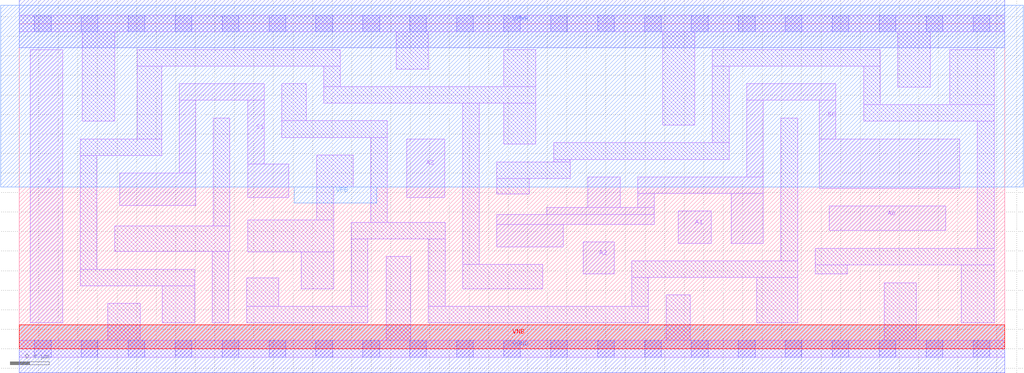
<source format=lef>
# Copyright 2020 The SkyWater PDK Authors
#
# Licensed under the Apache License, Version 2.0 (the "License");
# you may not use this file except in compliance with the License.
# You may obtain a copy of the License at
#
#     https://www.apache.org/licenses/LICENSE-2.0
#
# Unless required by applicable law or agreed to in writing, software
# distributed under the License is distributed on an "AS IS" BASIS,
# WITHOUT WARRANTIES OR CONDITIONS OF ANY KIND, either express or implied.
# See the License for the specific language governing permissions and
# limitations under the License.
#
# SPDX-License-Identifier: Apache-2.0

VERSION 5.7 ;
  NOWIREEXTENSIONATPIN ON ;
  DIVIDERCHAR "/" ;
  BUSBITCHARS "[]" ;
MACRO sky130_fd_sc_lp__mux4_lp
  CLASS CORE ;
  FOREIGN sky130_fd_sc_lp__mux4_lp ;
  ORIGIN  0.000000  0.000000 ;
  SIZE  10.08000 BY  3.330000 ;
  SYMMETRY X Y R90 ;
  SITE unit ;
  PIN A0
    ANTENNAGATEAREA  0.313000 ;
    DIRECTION INPUT ;
    USE SIGNAL ;
    PORT
      LAYER li1 ;
        RECT 8.285000 1.210000 9.475000 1.460000 ;
    END
  END A0
  PIN A1
    ANTENNAGATEAREA  0.313000 ;
    DIRECTION INPUT ;
    USE SIGNAL ;
    PORT
      LAYER li1 ;
        RECT 6.740000 1.080000 7.075000 1.410000 ;
    END
  END A1
  PIN A2
    ANTENNAGATEAREA  0.313000 ;
    DIRECTION INPUT ;
    USE SIGNAL ;
    PORT
      LAYER li1 ;
        RECT 5.770000 0.765000 6.085000 1.095000 ;
    END
  END A2
  PIN A3
    ANTENNAGATEAREA  0.313000 ;
    DIRECTION INPUT ;
    USE SIGNAL ;
    PORT
      LAYER li1 ;
        RECT 3.965000 1.550000 4.350000 2.150000 ;
    END
  END A3
  PIN S0
    ANTENNAGATEAREA  1.002000 ;
    DIRECTION INPUT ;
    USE SIGNAL ;
    PORT
      LAYER li1 ;
        RECT 4.885000 1.045000 5.565000 1.275000 ;
        RECT 4.885000 1.275000 6.495000 1.375000 ;
        RECT 5.395000 1.375000 6.495000 1.445000 ;
        RECT 5.815000 1.445000 6.145000 1.760000 ;
        RECT 6.325000 1.445000 6.495000 1.590000 ;
        RECT 6.325000 1.590000 7.610000 1.760000 ;
        RECT 7.280000 1.080000 7.610000 1.590000 ;
        RECT 7.440000 1.760000 7.610000 2.545000 ;
        RECT 7.440000 2.545000 8.350000 2.715000 ;
        RECT 8.180000 1.640000 9.620000 2.150000 ;
        RECT 8.180000 2.150000 8.350000 2.545000 ;
    END
  END S0
  PIN S1
    ANTENNAGATEAREA  0.689000 ;
    DIRECTION INPUT ;
    USE SIGNAL ;
    PORT
      LAYER li1 ;
        RECT 1.030000 1.470000 1.805000 1.800000 ;
        RECT 1.635000 1.800000 1.805000 2.545000 ;
        RECT 1.635000 2.545000 2.505000 2.715000 ;
        RECT 2.335000 1.550000 2.755000 1.890000 ;
        RECT 2.335000 1.890000 2.505000 2.545000 ;
    END
  END S1
  PIN X
    ANTENNADIFFAREA  0.404700 ;
    DIRECTION OUTPUT ;
    USE SIGNAL ;
    PORT
      LAYER li1 ;
        RECT 0.115000 0.265000 0.445000 3.065000 ;
    END
  END X
  PIN VGND
    DIRECTION INOUT ;
    USE GROUND ;
    PORT
      LAYER met1 ;
        RECT 0.000000 -0.245000 10.080000 0.245000 ;
    END
  END VGND
  PIN VNB
    DIRECTION INOUT ;
    USE GROUND ;
    PORT
      LAYER pwell ;
        RECT 0.000000 0.000000 10.080000 0.245000 ;
    END
  END VNB
  PIN VPB
    DIRECTION INOUT ;
    USE POWER ;
    PORT
      LAYER nwell ;
        RECT -0.190000 1.655000 10.270000 3.520000 ;
        RECT  2.815000 1.495000  3.655000 1.655000 ;
    END
  END VPB
  PIN VPWR
    DIRECTION INOUT ;
    USE POWER ;
    PORT
      LAYER met1 ;
        RECT 0.000000 3.085000 10.080000 3.575000 ;
    END
  END VPWR
  OBS
    LAYER li1 ;
      RECT 0.000000 -0.085000 10.080000 0.085000 ;
      RECT 0.000000  3.245000 10.080000 3.415000 ;
      RECT 0.625000  0.645000  1.795000 0.815000 ;
      RECT 0.625000  0.815000  0.795000 1.980000 ;
      RECT 0.625000  1.980000  1.455000 2.150000 ;
      RECT 0.645000  2.330000  0.975000 3.245000 ;
      RECT 0.905000  0.085000  1.235000 0.465000 ;
      RECT 0.975000  0.995000  2.155000 1.260000 ;
      RECT 1.205000  2.150000  1.455000 2.895000 ;
      RECT 1.205000  2.895000  3.285000 3.065000 ;
      RECT 1.465000  0.265000  1.795000 0.645000 ;
      RECT 1.975000  0.265000  2.145000 0.995000 ;
      RECT 1.985000  1.260000  2.155000 2.365000 ;
      RECT 2.325000  0.265000  3.565000 0.435000 ;
      RECT 2.325000  0.435000  2.655000 0.725000 ;
      RECT 2.335000  0.990000  3.215000 1.320000 ;
      RECT 2.685000  2.165000  3.765000 2.335000 ;
      RECT 2.685000  2.335000  2.935000 2.715000 ;
      RECT 2.885000  0.615000  3.215000 0.990000 ;
      RECT 3.045000  1.320000  3.215000 1.655000 ;
      RECT 3.045000  1.655000  3.415000 1.985000 ;
      RECT 3.115000  2.515000  5.285000 2.685000 ;
      RECT 3.115000  2.685000  3.285000 2.895000 ;
      RECT 3.395000  0.435000  3.565000 1.125000 ;
      RECT 3.395000  1.125000  4.355000 1.295000 ;
      RECT 3.595000  1.295000  3.765000 2.165000 ;
      RECT 3.755000  0.085000  4.005000 0.945000 ;
      RECT 3.855000  2.865000  4.185000 3.245000 ;
      RECT 4.185000  0.265000  6.435000 0.435000 ;
      RECT 4.185000  0.435000  4.355000 1.125000 ;
      RECT 4.535000  0.615000  5.355000 0.865000 ;
      RECT 4.535000  0.865000  4.705000 2.515000 ;
      RECT 4.885000  1.585000  5.215000 1.745000 ;
      RECT 4.885000  1.745000  5.635000 1.915000 ;
      RECT 4.955000  2.095000  5.285000 2.515000 ;
      RECT 4.955000  2.685000  5.285000 3.065000 ;
      RECT 5.465000  1.915000  5.635000 1.940000 ;
      RECT 5.465000  1.940000  7.260000 2.110000 ;
      RECT 6.265000  0.435000  6.435000 0.730000 ;
      RECT 6.265000  0.730000  7.960000 0.900000 ;
      RECT 6.580000  2.290000  6.910000 3.245000 ;
      RECT 6.615000  0.085000  6.865000 0.550000 ;
      RECT 7.090000  2.110000  7.260000 2.895000 ;
      RECT 7.090000  2.895000  8.805000 3.065000 ;
      RECT 7.545000  0.265000  7.960000 0.730000 ;
      RECT 7.790000  0.900000  7.960000 2.365000 ;
      RECT 8.140000  0.765000  8.470000 0.860000 ;
      RECT 8.140000  0.860000  9.970000 1.030000 ;
      RECT 8.635000  2.330000  9.970000 2.500000 ;
      RECT 8.635000  2.500000  8.805000 2.895000 ;
      RECT 8.845000  0.085000  9.175000 0.675000 ;
      RECT 8.985000  2.680000  9.315000 3.245000 ;
      RECT 9.515000  2.500000  9.970000 3.065000 ;
      RECT 9.635000  0.265000  9.970000 0.860000 ;
      RECT 9.800000  1.030000  9.970000 2.330000 ;
    LAYER mcon ;
      RECT 0.155000 -0.085000 0.325000 0.085000 ;
      RECT 0.155000  3.245000 0.325000 3.415000 ;
      RECT 0.635000 -0.085000 0.805000 0.085000 ;
      RECT 0.635000  3.245000 0.805000 3.415000 ;
      RECT 1.115000 -0.085000 1.285000 0.085000 ;
      RECT 1.115000  3.245000 1.285000 3.415000 ;
      RECT 1.595000 -0.085000 1.765000 0.085000 ;
      RECT 1.595000  3.245000 1.765000 3.415000 ;
      RECT 2.075000 -0.085000 2.245000 0.085000 ;
      RECT 2.075000  3.245000 2.245000 3.415000 ;
      RECT 2.555000 -0.085000 2.725000 0.085000 ;
      RECT 2.555000  3.245000 2.725000 3.415000 ;
      RECT 3.035000 -0.085000 3.205000 0.085000 ;
      RECT 3.035000  3.245000 3.205000 3.415000 ;
      RECT 3.515000 -0.085000 3.685000 0.085000 ;
      RECT 3.515000  3.245000 3.685000 3.415000 ;
      RECT 3.995000 -0.085000 4.165000 0.085000 ;
      RECT 3.995000  3.245000 4.165000 3.415000 ;
      RECT 4.475000 -0.085000 4.645000 0.085000 ;
      RECT 4.475000  3.245000 4.645000 3.415000 ;
      RECT 4.955000 -0.085000 5.125000 0.085000 ;
      RECT 4.955000  3.245000 5.125000 3.415000 ;
      RECT 5.435000 -0.085000 5.605000 0.085000 ;
      RECT 5.435000  3.245000 5.605000 3.415000 ;
      RECT 5.915000 -0.085000 6.085000 0.085000 ;
      RECT 5.915000  3.245000 6.085000 3.415000 ;
      RECT 6.395000 -0.085000 6.565000 0.085000 ;
      RECT 6.395000  3.245000 6.565000 3.415000 ;
      RECT 6.875000 -0.085000 7.045000 0.085000 ;
      RECT 6.875000  3.245000 7.045000 3.415000 ;
      RECT 7.355000 -0.085000 7.525000 0.085000 ;
      RECT 7.355000  3.245000 7.525000 3.415000 ;
      RECT 7.835000 -0.085000 8.005000 0.085000 ;
      RECT 7.835000  3.245000 8.005000 3.415000 ;
      RECT 8.315000 -0.085000 8.485000 0.085000 ;
      RECT 8.315000  3.245000 8.485000 3.415000 ;
      RECT 8.795000 -0.085000 8.965000 0.085000 ;
      RECT 8.795000  3.245000 8.965000 3.415000 ;
      RECT 9.275000 -0.085000 9.445000 0.085000 ;
      RECT 9.275000  3.245000 9.445000 3.415000 ;
      RECT 9.755000 -0.085000 9.925000 0.085000 ;
      RECT 9.755000  3.245000 9.925000 3.415000 ;
  END
END sky130_fd_sc_lp__mux4_lp
END LIBRARY

</source>
